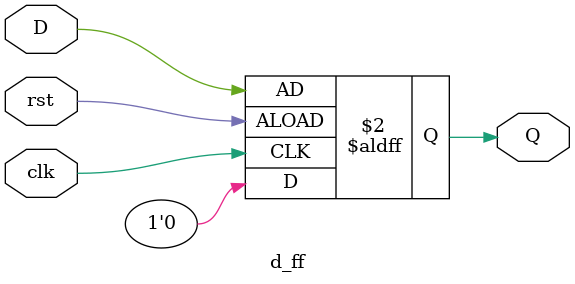
<source format=v>
`timescale 1ns / 1ps

module up_cntr_d(clk,rst,Q);
    input clk, rst;
    output [3:0] Q;
    
    wire [3:0] q;
    
    d_ff D1(clk,~q[0],rst,q[0]);      // instantiating D FF modules
    d_ff D2(~q[0],~q[1],rst,q[1]);
    d_ff D3(~q[1],~q[2],rst,q[2]);
    d_ff D4(~q[2],~q[3],rst,q[3]);
    
    assign Q = {q[3],q[2],q[1],q[0]};     // assigning the final output to Q
    
endmodule

module d_ff(      // defining d flip flop module
    input clk,    // Clock input
    input D,      // D input
    input rst,    // Reset input
    output reg Q  // Q output
    );
    
    always @(posedge clk or negedge rst) // always check at postive edge of clock or negative egde of reset
    begin
        if(rst)
            Q <= 1'b0;      // reset output to 0
        else
            Q <= D;         // set output Q as D
    end
endmodule

</source>
